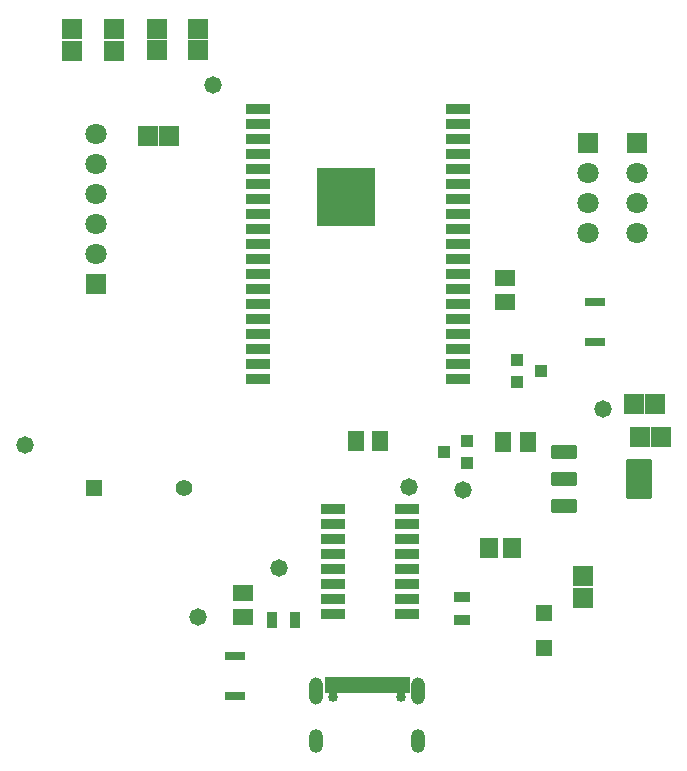
<source format=gts>
G04*
G04 #@! TF.GenerationSoftware,Altium Limited,Altium Designer,22.1.2 (22)*
G04*
G04 Layer_Color=8388736*
%FSLAX25Y25*%
%MOIN*%
G70*
G04*
G04 #@! TF.SameCoordinates,02DF8324-4ACC-4833-93D7-4F50CCD373BD*
G04*
G04*
G04 #@! TF.FilePolarity,Negative*
G04*
G01*
G75*
%ADD18R,0.07874X0.03543*%
%ADD19R,0.19685X0.19685*%
%ADD26R,0.06693X0.03150*%
%ADD28R,0.05709X0.03740*%
%ADD31R,0.03740X0.05709*%
%ADD34R,0.01981X0.05328*%
%ADD35R,0.07887X0.03320*%
G04:AMPARAMS|DCode=36|XSize=47.37mil|YSize=88.71mil|CornerRadius=5.97mil|HoleSize=0mil|Usage=FLASHONLY|Rotation=90.000|XOffset=0mil|YOffset=0mil|HoleType=Round|Shape=RoundedRectangle|*
%AMROUNDEDRECTD36*
21,1,0.04737,0.07677,0,0,90.0*
21,1,0.03543,0.08871,0,0,90.0*
1,1,0.01194,0.03839,0.01772*
1,1,0.01194,0.03839,-0.01772*
1,1,0.01194,-0.03839,-0.01772*
1,1,0.01194,-0.03839,0.01772*
%
%ADD36ROUNDEDRECTD36*%
G04:AMPARAMS|DCode=37|XSize=135.95mil|YSize=88.71mil|CornerRadius=6.02mil|HoleSize=0mil|Usage=FLASHONLY|Rotation=90.000|XOffset=0mil|YOffset=0mil|HoleType=Round|Shape=RoundedRectangle|*
%AMROUNDEDRECTD37*
21,1,0.13595,0.07667,0,0,90.0*
21,1,0.12392,0.08871,0,0,90.0*
1,1,0.01204,0.03834,0.06196*
1,1,0.01204,0.03834,-0.06196*
1,1,0.01204,-0.03834,-0.06196*
1,1,0.01204,-0.03834,0.06196*
%
%ADD37ROUNDEDRECTD37*%
%ADD38R,0.06902X0.06706*%
%ADD39R,0.05721X0.06902*%
%ADD40R,0.04343X0.03950*%
%ADD41R,0.06706X0.06902*%
%ADD42R,0.06902X0.06902*%
%ADD43R,0.05603X0.05721*%
%ADD44R,0.06312X0.06902*%
%ADD45R,0.06902X0.05721*%
%ADD46C,0.03359*%
G04:AMPARAMS|DCode=47|XSize=47.37mil|YSize=78.87mil|CornerRadius=23.68mil|HoleSize=0mil|Usage=FLASHONLY|Rotation=0.000|XOffset=0mil|YOffset=0mil|HoleType=Round|Shape=RoundedRectangle|*
%AMROUNDEDRECTD47*
21,1,0.04737,0.03150,0,0,0.0*
21,1,0.00000,0.07887,0,0,0.0*
1,1,0.04737,0.00000,-0.01575*
1,1,0.04737,0.00000,-0.01575*
1,1,0.04737,0.00000,0.01575*
1,1,0.04737,0.00000,0.01575*
%
%ADD47ROUNDEDRECTD47*%
G04:AMPARAMS|DCode=48|XSize=47.37mil|YSize=90.68mil|CornerRadius=23.68mil|HoleSize=0mil|Usage=FLASHONLY|Rotation=0.000|XOffset=0mil|YOffset=0mil|HoleType=Round|Shape=RoundedRectangle|*
%AMROUNDEDRECTD48*
21,1,0.04737,0.04331,0,0,0.0*
21,1,0.00000,0.09068,0,0,0.0*
1,1,0.04737,0.00000,-0.02165*
1,1,0.04737,0.00000,-0.02165*
1,1,0.04737,0.00000,0.02165*
1,1,0.04737,0.00000,0.02165*
%
%ADD48ROUNDEDRECTD48*%
%ADD49C,0.05512*%
%ADD50R,0.05512X0.05512*%
%ADD51C,0.07099*%
%ADD52R,0.07099X0.07099*%
%ADD53C,0.05800*%
D18*
X345500Y321500D02*
D03*
Y316500D02*
D03*
Y311500D02*
D03*
Y306500D02*
D03*
Y301500D02*
D03*
Y296500D02*
D03*
Y291500D02*
D03*
Y286500D02*
D03*
Y281500D02*
D03*
Y276500D02*
D03*
Y271500D02*
D03*
Y266500D02*
D03*
Y261500D02*
D03*
Y256500D02*
D03*
Y251500D02*
D03*
Y246500D02*
D03*
Y241500D02*
D03*
Y236500D02*
D03*
Y231500D02*
D03*
X412429D02*
D03*
Y236500D02*
D03*
Y241500D02*
D03*
Y246500D02*
D03*
Y251500D02*
D03*
Y256500D02*
D03*
Y261500D02*
D03*
Y266500D02*
D03*
Y271500D02*
D03*
Y276500D02*
D03*
Y281500D02*
D03*
Y286500D02*
D03*
Y291500D02*
D03*
Y296500D02*
D03*
Y301500D02*
D03*
Y306500D02*
D03*
Y311500D02*
D03*
Y316500D02*
D03*
Y321500D02*
D03*
D19*
X375028Y291972D02*
D03*
D26*
X458000Y243807D02*
D03*
Y257193D02*
D03*
X338000Y125614D02*
D03*
Y139000D02*
D03*
D28*
X413500Y158839D02*
D03*
Y151161D02*
D03*
D31*
X358000Y151000D02*
D03*
X350323D02*
D03*
D34*
X395189Y129449D02*
D03*
X392039D02*
D03*
X373142D02*
D03*
X369992D02*
D03*
X368811D02*
D03*
X371961D02*
D03*
X375110D02*
D03*
X377079D02*
D03*
X379047D02*
D03*
X381016D02*
D03*
X382984D02*
D03*
X384953D02*
D03*
X386921D02*
D03*
X388890D02*
D03*
X390858D02*
D03*
X394008D02*
D03*
D35*
X395224Y188000D02*
D03*
Y183000D02*
D03*
Y178000D02*
D03*
Y173000D02*
D03*
Y168000D02*
D03*
Y163000D02*
D03*
Y158000D02*
D03*
Y153000D02*
D03*
X370776D02*
D03*
Y158000D02*
D03*
Y163000D02*
D03*
Y168000D02*
D03*
Y173000D02*
D03*
Y178000D02*
D03*
Y183000D02*
D03*
Y188000D02*
D03*
D36*
X447500Y207055D02*
D03*
Y198000D02*
D03*
Y188945D02*
D03*
D37*
X472500Y198000D02*
D03*
D38*
X312000Y340957D02*
D03*
Y348043D02*
D03*
X325500D02*
D03*
Y340957D02*
D03*
X454000Y158457D02*
D03*
Y165543D02*
D03*
D39*
X435535Y210500D02*
D03*
X427465D02*
D03*
X378169Y210851D02*
D03*
X386239D02*
D03*
D40*
X407500Y207000D02*
D03*
X415374Y210740D02*
D03*
Y203260D02*
D03*
X432063Y237740D02*
D03*
Y230260D02*
D03*
X439937Y234000D02*
D03*
D41*
X480043Y212000D02*
D03*
X472957D02*
D03*
X478087Y223000D02*
D03*
X471000D02*
D03*
X316000Y312500D02*
D03*
X308913D02*
D03*
D42*
X297500Y348000D02*
D03*
Y340717D02*
D03*
X283500Y348142D02*
D03*
Y340858D02*
D03*
D43*
X441000Y153307D02*
D03*
Y141693D02*
D03*
D44*
X422760Y175000D02*
D03*
X430240D02*
D03*
D45*
X428000Y256965D02*
D03*
Y265035D02*
D03*
X340500Y151965D02*
D03*
Y160035D02*
D03*
D46*
X370622Y125256D02*
D03*
X393378D02*
D03*
D47*
X399008Y110768D02*
D03*
X364992D02*
D03*
D48*
X399008Y127224D02*
D03*
X364992D02*
D03*
D49*
X320961Y195000D02*
D03*
D50*
X291039D02*
D03*
D51*
X472000Y280000D02*
D03*
Y290000D02*
D03*
Y300000D02*
D03*
X291500Y293000D02*
D03*
Y273000D02*
D03*
Y283000D02*
D03*
Y303000D02*
D03*
Y313000D02*
D03*
X455500Y280000D02*
D03*
Y290000D02*
D03*
Y300000D02*
D03*
D52*
X472000Y310000D02*
D03*
X291500Y263000D02*
D03*
X455500Y310000D02*
D03*
D53*
X396000Y195500D02*
D03*
X414000Y194500D02*
D03*
X268000Y209500D02*
D03*
X325500Y152000D02*
D03*
X330500Y329500D02*
D03*
X460500Y221500D02*
D03*
X352500Y168500D02*
D03*
M02*

</source>
